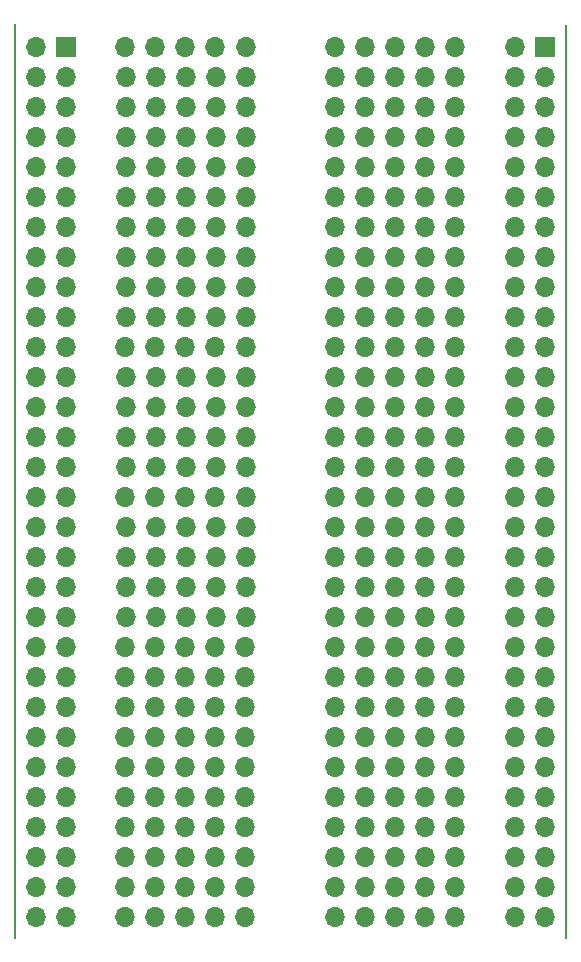
<source format=gbr>
%TF.GenerationSoftware,KiCad,Pcbnew,7.0.2*%
%TF.CreationDate,2024-01-28T20:17:22-05:00*%
%TF.ProjectId,dpx_perv_5x30,6470785f-7065-4727-965f-357833302e6b,rev?*%
%TF.SameCoordinates,Original*%
%TF.FileFunction,Soldermask,Top*%
%TF.FilePolarity,Negative*%
%FSLAX46Y46*%
G04 Gerber Fmt 4.6, Leading zero omitted, Abs format (unit mm)*
G04 Created by KiCad (PCBNEW 7.0.2) date 2024-01-28 20:17:22*
%MOMM*%
%LPD*%
G01*
G04 APERTURE LIST*
%ADD10C,0.150000*%
%ADD11R,1.700000X1.700000*%
%ADD12O,1.700000X1.700000*%
G04 APERTURE END LIST*
D10*
X88560000Y-109050000D02*
X88560000Y-31780000D01*
X41880000Y-31660000D02*
X41880000Y-109090000D01*
D11*
%TO.C,J1*%
X46220000Y-33615000D03*
D12*
X43680000Y-33615000D03*
X46220000Y-36155000D03*
X43680000Y-36155000D03*
X46220000Y-38695000D03*
X43680000Y-38695000D03*
X46220000Y-41235000D03*
X43680000Y-41235000D03*
X46220000Y-43775000D03*
X43680000Y-43775000D03*
X46220000Y-46315000D03*
X43680000Y-46315000D03*
X46220000Y-48855000D03*
X43680000Y-48855000D03*
X46220000Y-51395000D03*
X43680000Y-51395000D03*
X46220000Y-53935000D03*
X43680000Y-53935000D03*
X46220000Y-56475000D03*
X43680000Y-56475000D03*
X46220000Y-59015000D03*
X43680000Y-59015000D03*
X46220000Y-61555000D03*
X43680000Y-61555000D03*
X46220000Y-64095000D03*
X43680000Y-64095000D03*
X46220000Y-66635000D03*
X43680000Y-66635000D03*
X46220000Y-69175000D03*
X43680000Y-69175000D03*
X46220000Y-71715000D03*
X43680000Y-71715000D03*
X46220000Y-74255000D03*
X43680000Y-74255000D03*
X46220000Y-76795000D03*
X43680000Y-76795000D03*
X46220000Y-79335000D03*
X43680000Y-79335000D03*
X46220000Y-81875000D03*
X43680000Y-81875000D03*
X46220000Y-84415000D03*
X43680000Y-84415000D03*
X46220000Y-86955000D03*
X43680000Y-86955000D03*
X46220000Y-89495000D03*
X43680000Y-89495000D03*
X46220000Y-92035000D03*
X43680000Y-92035000D03*
X46220000Y-94575000D03*
X43680000Y-94575000D03*
X46220000Y-97115000D03*
X43680000Y-97115000D03*
X46220000Y-99655000D03*
X43680000Y-99655000D03*
X46220000Y-102195000D03*
X43680000Y-102195000D03*
X46220000Y-104735000D03*
X43680000Y-104735000D03*
X46220000Y-107275000D03*
X43680000Y-107275000D03*
%TD*%
D11*
%TO.C,J2*%
X86770000Y-33615000D03*
D12*
X84230000Y-33615000D03*
X86770000Y-36155000D03*
X84230000Y-36155000D03*
X86770000Y-38695000D03*
X84230000Y-38695000D03*
X86770000Y-41235000D03*
X84230000Y-41235000D03*
X86770000Y-43775000D03*
X84230000Y-43775000D03*
X86770000Y-46315000D03*
X84230000Y-46315000D03*
X86770000Y-48855000D03*
X84230000Y-48855000D03*
X86770000Y-51395000D03*
X84230000Y-51395000D03*
X86770000Y-53935000D03*
X84230000Y-53935000D03*
X86770000Y-56475000D03*
X84230000Y-56475000D03*
X86770000Y-59015000D03*
X84230000Y-59015000D03*
X86770000Y-61555000D03*
X84230000Y-61555000D03*
X86770000Y-64095000D03*
X84230000Y-64095000D03*
X86770000Y-66635000D03*
X84230000Y-66635000D03*
X86770000Y-69175000D03*
X84230000Y-69175000D03*
X86770000Y-71715000D03*
X84230000Y-71715000D03*
X86770000Y-74255000D03*
X84230000Y-74255000D03*
X86770000Y-76795000D03*
X84230000Y-76795000D03*
X86770000Y-79335000D03*
X84230000Y-79335000D03*
X86770000Y-81875000D03*
X84230000Y-81875000D03*
X86770000Y-84415000D03*
X84230000Y-84415000D03*
X86770000Y-86955000D03*
X84230000Y-86955000D03*
X86770000Y-89495000D03*
X84230000Y-89495000D03*
X86770000Y-92035000D03*
X84230000Y-92035000D03*
X86770000Y-94575000D03*
X84230000Y-94575000D03*
X86770000Y-97115000D03*
X84230000Y-97115000D03*
X86770000Y-99655000D03*
X84230000Y-99655000D03*
X86770000Y-102195000D03*
X84230000Y-102195000D03*
X86770000Y-104735000D03*
X84230000Y-104735000D03*
X86770000Y-107275000D03*
X84230000Y-107275000D03*
%TD*%
%TO.C,U6*%
X79165000Y-97110000D03*
X76625000Y-97110000D03*
X74085000Y-97110000D03*
X71545000Y-97110000D03*
X69005000Y-97110000D03*
X61405000Y-97110000D03*
X79165000Y-99650000D03*
X76625000Y-99650000D03*
X74085000Y-99650000D03*
X71545000Y-99650000D03*
X69005000Y-99650000D03*
X61405000Y-99650000D03*
X58865000Y-99650000D03*
X58855000Y-97110000D03*
X56325000Y-99650000D03*
X56315000Y-97110000D03*
X53785000Y-99650000D03*
X53775000Y-97110000D03*
X51245000Y-99650000D03*
X51235000Y-97110000D03*
X79165000Y-102190000D03*
X76625000Y-102190000D03*
X74085000Y-102190000D03*
X71545000Y-102190000D03*
X69005000Y-102190000D03*
X61405000Y-102190000D03*
X58865000Y-102190000D03*
X56325000Y-102190000D03*
X53785000Y-102190000D03*
X51245000Y-102190000D03*
X79165000Y-104730000D03*
X76625000Y-104730000D03*
X74085000Y-104730000D03*
X71545000Y-104730000D03*
X69005000Y-104730000D03*
X61405000Y-104730000D03*
X58865000Y-104730000D03*
X56325000Y-104730000D03*
X53785000Y-104730000D03*
X51245000Y-104730000D03*
X79165000Y-107270000D03*
X76625000Y-107270000D03*
X74085000Y-107270000D03*
X71545000Y-107270000D03*
X69005000Y-107270000D03*
X61405000Y-107270000D03*
X58865000Y-107270000D03*
X56325000Y-107270000D03*
X53785000Y-107270000D03*
X51245000Y-107270000D03*
%TD*%
%TO.C,U2*%
X79195000Y-46310000D03*
X76655000Y-46310000D03*
X74115000Y-46310000D03*
X71575000Y-46310000D03*
X69035000Y-46310000D03*
X61435000Y-46310000D03*
X79195000Y-48850000D03*
X76655000Y-48850000D03*
X74115000Y-48850000D03*
X71575000Y-48850000D03*
X69035000Y-48850000D03*
X61435000Y-48850000D03*
X58895000Y-48850000D03*
X58885000Y-46310000D03*
X56355000Y-48850000D03*
X56345000Y-46310000D03*
X53815000Y-48850000D03*
X53805000Y-46310000D03*
X51275000Y-48850000D03*
X51265000Y-46310000D03*
X79195000Y-51390000D03*
X76655000Y-51390000D03*
X74115000Y-51390000D03*
X71575000Y-51390000D03*
X69035000Y-51390000D03*
X61435000Y-51390000D03*
X58895000Y-51390000D03*
X56355000Y-51390000D03*
X53815000Y-51390000D03*
X51275000Y-51390000D03*
X79195000Y-53930000D03*
X76655000Y-53930000D03*
X74115000Y-53930000D03*
X71575000Y-53930000D03*
X69035000Y-53930000D03*
X61435000Y-53930000D03*
X58895000Y-53930000D03*
X56355000Y-53930000D03*
X53815000Y-53930000D03*
X51275000Y-53930000D03*
X79195000Y-56470000D03*
X76655000Y-56470000D03*
X74115000Y-56470000D03*
X71575000Y-56470000D03*
X69035000Y-56470000D03*
X61435000Y-56470000D03*
X58895000Y-56470000D03*
X56355000Y-56470000D03*
X53815000Y-56470000D03*
X51275000Y-56470000D03*
%TD*%
%TO.C,U1*%
X79180000Y-33615000D03*
X76640000Y-33615000D03*
X74100000Y-33615000D03*
X71560000Y-33615000D03*
X69020000Y-33615000D03*
X61420000Y-33615000D03*
X79180000Y-36155000D03*
X76640000Y-36155000D03*
X74100000Y-36155000D03*
X71560000Y-36155000D03*
X69020000Y-36155000D03*
X61420000Y-36155000D03*
X58880000Y-36155000D03*
X58870000Y-33615000D03*
X56340000Y-36155000D03*
X56330000Y-33615000D03*
X53800000Y-36155000D03*
X53790000Y-33615000D03*
X51260000Y-36155000D03*
X51250000Y-33615000D03*
X79180000Y-38695000D03*
X76640000Y-38695000D03*
X74100000Y-38695000D03*
X71560000Y-38695000D03*
X69020000Y-38695000D03*
X61420000Y-38695000D03*
X58880000Y-38695000D03*
X56340000Y-38695000D03*
X53800000Y-38695000D03*
X51260000Y-38695000D03*
X79180000Y-41235000D03*
X76640000Y-41235000D03*
X74100000Y-41235000D03*
X71560000Y-41235000D03*
X69020000Y-41235000D03*
X61420000Y-41235000D03*
X58880000Y-41235000D03*
X56340000Y-41235000D03*
X53800000Y-41235000D03*
X51260000Y-41235000D03*
X79180000Y-43775000D03*
X76640000Y-43775000D03*
X74100000Y-43775000D03*
X71560000Y-43775000D03*
X69020000Y-43775000D03*
X61420000Y-43775000D03*
X58880000Y-43775000D03*
X56340000Y-43775000D03*
X53800000Y-43775000D03*
X51260000Y-43775000D03*
%TD*%
%TO.C,U4*%
X79185000Y-71710000D03*
X76645000Y-71710000D03*
X74105000Y-71710000D03*
X71565000Y-71710000D03*
X69025000Y-71710000D03*
X61425000Y-71710000D03*
X79185000Y-74250000D03*
X76645000Y-74250000D03*
X74105000Y-74250000D03*
X71565000Y-74250000D03*
X69025000Y-74250000D03*
X61425000Y-74250000D03*
X58885000Y-74250000D03*
X58875000Y-71710000D03*
X56345000Y-74250000D03*
X56335000Y-71710000D03*
X53805000Y-74250000D03*
X53795000Y-71710000D03*
X51265000Y-74250000D03*
X51255000Y-71710000D03*
X79185000Y-76790000D03*
X76645000Y-76790000D03*
X74105000Y-76790000D03*
X71565000Y-76790000D03*
X69025000Y-76790000D03*
X61425000Y-76790000D03*
X58885000Y-76790000D03*
X56345000Y-76790000D03*
X53805000Y-76790000D03*
X51265000Y-76790000D03*
X79185000Y-79330000D03*
X76645000Y-79330000D03*
X74105000Y-79330000D03*
X71565000Y-79330000D03*
X69025000Y-79330000D03*
X61425000Y-79330000D03*
X58885000Y-79330000D03*
X56345000Y-79330000D03*
X53805000Y-79330000D03*
X51265000Y-79330000D03*
X79185000Y-81870000D03*
X76645000Y-81870000D03*
X74105000Y-81870000D03*
X71565000Y-81870000D03*
X69025000Y-81870000D03*
X61425000Y-81870000D03*
X58885000Y-81870000D03*
X56345000Y-81870000D03*
X53805000Y-81870000D03*
X51265000Y-81870000D03*
%TD*%
%TO.C,U3*%
X79185000Y-59020000D03*
X76645000Y-59020000D03*
X74105000Y-59020000D03*
X71565000Y-59020000D03*
X69025000Y-59020000D03*
X61425000Y-59020000D03*
X79185000Y-61560000D03*
X76645000Y-61560000D03*
X74105000Y-61560000D03*
X71565000Y-61560000D03*
X69025000Y-61560000D03*
X61425000Y-61560000D03*
X58885000Y-61560000D03*
X58875000Y-59020000D03*
X56345000Y-61560000D03*
X56335000Y-59020000D03*
X53805000Y-61560000D03*
X53795000Y-59020000D03*
X51265000Y-61560000D03*
X51255000Y-59020000D03*
X79185000Y-64100000D03*
X76645000Y-64100000D03*
X74105000Y-64100000D03*
X71565000Y-64100000D03*
X69025000Y-64100000D03*
X61425000Y-64100000D03*
X58885000Y-64100000D03*
X56345000Y-64100000D03*
X53805000Y-64100000D03*
X51265000Y-64100000D03*
X79185000Y-66640000D03*
X76645000Y-66640000D03*
X74105000Y-66640000D03*
X71565000Y-66640000D03*
X69025000Y-66640000D03*
X61425000Y-66640000D03*
X58885000Y-66640000D03*
X56345000Y-66640000D03*
X53805000Y-66640000D03*
X51265000Y-66640000D03*
X79185000Y-69180000D03*
X76645000Y-69180000D03*
X74105000Y-69180000D03*
X71565000Y-69180000D03*
X69025000Y-69180000D03*
X61425000Y-69180000D03*
X58885000Y-69180000D03*
X56345000Y-69180000D03*
X53805000Y-69180000D03*
X51265000Y-69180000D03*
%TD*%
%TO.C,U5*%
X79165000Y-84400000D03*
X76625000Y-84400000D03*
X74085000Y-84400000D03*
X71545000Y-84400000D03*
X69005000Y-84400000D03*
X61405000Y-84400000D03*
X79165000Y-86940000D03*
X76625000Y-86940000D03*
X74085000Y-86940000D03*
X71545000Y-86940000D03*
X69005000Y-86940000D03*
X61405000Y-86940000D03*
X58865000Y-86940000D03*
X58855000Y-84400000D03*
X56325000Y-86940000D03*
X56315000Y-84400000D03*
X53785000Y-86940000D03*
X53775000Y-84400000D03*
X51245000Y-86940000D03*
X51235000Y-84400000D03*
X79165000Y-89480000D03*
X76625000Y-89480000D03*
X74085000Y-89480000D03*
X71545000Y-89480000D03*
X69005000Y-89480000D03*
X61405000Y-89480000D03*
X58865000Y-89480000D03*
X56325000Y-89480000D03*
X53785000Y-89480000D03*
X51245000Y-89480000D03*
X79165000Y-92020000D03*
X76625000Y-92020000D03*
X74085000Y-92020000D03*
X71545000Y-92020000D03*
X69005000Y-92020000D03*
X61405000Y-92020000D03*
X58865000Y-92020000D03*
X56325000Y-92020000D03*
X53785000Y-92020000D03*
X51245000Y-92020000D03*
X79165000Y-94560000D03*
X76625000Y-94560000D03*
X74085000Y-94560000D03*
X71545000Y-94560000D03*
X69005000Y-94560000D03*
X61405000Y-94560000D03*
X58865000Y-94560000D03*
X56325000Y-94560000D03*
X53785000Y-94560000D03*
X51245000Y-94560000D03*
%TD*%
M02*

</source>
